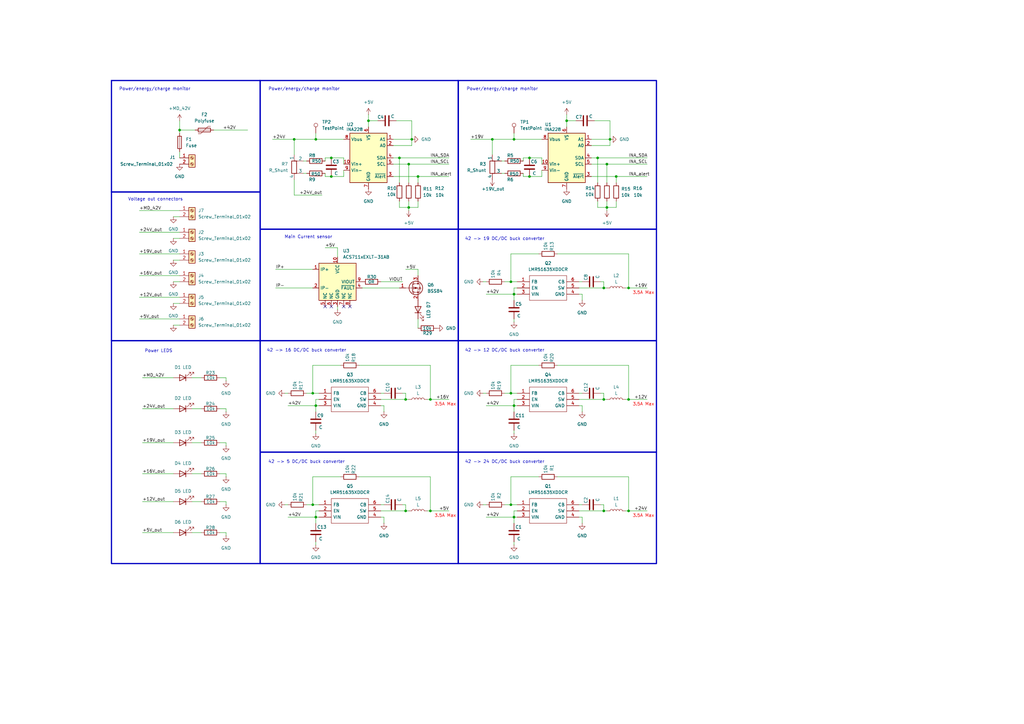
<source format=kicad_sch>
(kicad_sch (version 20231120) (generator "eeschema") (generator_version "8.0")
  (paper "A3")
  (title_block (title "Power distribution pcb") (company "Lapin AMK"))
  (junction (at 201.93 57.15))
  (junction (at 128.27 207.01))
  (junction (at 209.55 161.29))
  (junction (at 176.53 163.83))
  (junction (at 257.81 209.55))
  (junction (at 209.55 207.01))
  (junction (at 128.27 161.29))
  (junction (at 129.54 166.37))
  (junction (at 245.11 64.77))
  (junction (at 210.82 166.37))
  (junction (at 163.83 64.77))
  (junction (at 151.13 49.53))
  (junction (at 248.92 85.09))
  (junction (at 171.45 72.39))
  (junction (at 217.17 72.39))
  (junction (at 176.53 209.55))
  (junction (at 247.65 209.55))
  (junction (at 210.82 57.15))
  (junction (at 248.92 67.31))
  (junction (at 257.81 118.11))
  (junction (at 129.54 212.09))
  (junction (at 135.89 64.77))
  (junction (at 167.64 67.31))
  (junction (at 252.73 72.39))
  (junction (at 168.91 57.15))
  (junction (at 210.82 212.09))
  (junction (at 73.66 53.34))
  (junction (at 167.64 85.09))
  (junction (at 232.41 49.53))
  (junction (at 120.65 57.15))
  (junction (at 166.37 209.55))
  (junction (at 129.54 57.15))
  (junction (at 247.65 163.83))
  (junction (at 209.55 115.57))
  (junction (at 166.37 163.83))
  (junction (at 247.65 118.11))
  (junction (at 210.82 120.65))
  (junction (at 257.81 163.83))
  (junction (at 250.19 57.15))
  (junction (at 217.17 64.77))
  (junction (at 135.89 72.39))
  (no_connect (at 135.89 125.73))
  (no_connect (at 133.35 125.73))
  (no_connect (at 140.97 125.73))
  (no_connect (at 143.51 125.73))
  (wire (pts (xy 176.53 209.55) (xy 184.15 209.55)))
  (wire (pts (xy 250.19 49.53) (xy 250.19 57.15)))
  (wire (pts (xy 199.39 166.37) (xy 210.82 166.37)))
  (wire (pts (xy 242.57 67.31) (xy 248.92 67.31)))
  (wire (pts (xy 140.97 72.39) (xy 140.97 69.85)))
  (wire (pts (xy 210.82 176.53) (xy 210.82 177.8)))
  (wire (pts (xy 209.55 207.01) (xy 212.09 207.01)))
  (wire (pts (xy 210.82 209.55) (xy 212.09 209.55)))
  (wire (pts (xy 139.7 149.86) (xy 128.27 149.86)))
  (wire (pts (xy 130.81 212.09) (xy 129.54 212.09)))
  (wire (pts (xy 198.12 161.29) (xy 199.39 161.29)))
  (wire (pts (xy 220.98 149.86) (xy 209.55 149.86)))
  (wire (pts (xy 120.65 80.01) (xy 132.08 80.01)))
  (wire (pts (xy 168.91 59.69) (xy 168.91 57.15)))
  (wire (pts (xy 90.17 218.44) (xy 92.71 218.44)))
  (wire (pts (xy 58.42 154.94) (xy 71.12 154.94)))
  (wire (pts (xy 78.74 205.74) (xy 82.55 205.74)))
  (wire (pts (xy 171.45 110.49) (xy 166.37 110.49)))
  (wire (pts (xy 92.71 218.44) (xy 92.71 219.71)))
  (wire (pts (xy 167.64 67.31) (xy 167.64 74.93)))
  (wire (pts (xy 71.12 106.68) (xy 73.66 106.68)))
  (wire (pts (xy 116.84 161.29) (xy 118.11 161.29)))
  (wire (pts (xy 128.27 149.86) (xy 128.27 161.29)))
  (wire (pts (xy 246.38 207.01) (xy 247.65 207.01)))
  (wire (pts (xy 138.43 101.6) (xy 133.35 101.6)))
  (wire (pts (xy 125.73 161.29) (xy 128.27 161.29)))
  (wire (pts (xy 163.83 64.77) (xy 184.15 64.77)))
  (wire (pts (xy 207.01 207.01) (xy 209.55 207.01)))
  (wire (pts (xy 212.09 212.09) (xy 210.82 212.09)))
  (wire (pts (xy 242.57 64.77) (xy 245.11 64.77)))
  (wire (pts (xy 243.84 49.53) (xy 250.19 49.53)))
  (wire (pts (xy 167.64 85.09) (xy 163.83 85.09)))
  (wire (pts (xy 161.29 59.69) (xy 168.91 59.69)))
  (wire (pts (xy 217.17 72.39) (xy 222.25 72.39)))
  (wire (pts (xy 156.21 115.57) (xy 165.1 115.57)))
  (wire (pts (xy 207.01 66.04) (xy 205.74 66.04)))
  (wire (pts (xy 113.03 110.49) (xy 128.27 110.49)))
  (wire (pts (xy 129.54 212.09) (xy 129.54 214.63)))
  (wire (pts (xy 247.65 115.57) (xy 247.65 118.11)))
  (wire (pts (xy 151.13 46.99) (xy 151.13 49.53)))
  (wire (pts (xy 238.76 123.19) (xy 238.76 120.65)))
  (wire (pts (xy 73.66 62.23) (xy 73.66 64.77)))
  (wire (pts (xy 247.65 163.83) (xy 248.92 163.83)))
  (wire (pts (xy 73.66 49.53) (xy 73.66 53.34)))
  (wire (pts (xy 71.12 124.46) (xy 73.66 124.46)))
  (wire (pts (xy 130.81 166.37) (xy 129.54 166.37)))
  (wire (pts (xy 166.37 161.29) (xy 166.37 163.83)))
  (wire (pts (xy 135.89 64.77) (xy 140.97 64.77)))
  (wire (pts (xy 138.43 101.6) (xy 138.43 105.41)))
  (wire (pts (xy 171.45 72.39) (xy 171.45 74.93)))
  (wire (pts (xy 57.15 113.03) (xy 73.66 113.03)))
  (wire (pts (xy 248.92 67.31) (xy 265.43 67.31)))
  (wire (pts (xy 156.21 161.29) (xy 157.48 161.29)))
  (wire (pts (xy 210.82 130.81) (xy 210.82 132.08)))
  (wire (pts (xy 171.45 82.55) (xy 171.45 85.09)))
  (wire (pts (xy 210.82 54.61) (xy 210.82 57.15)))
  (wire (pts (xy 78.74 218.44) (xy 82.55 218.44)))
  (wire (pts (xy 128.27 161.29) (xy 130.81 161.29)))
  (wire (pts (xy 210.82 120.65) (xy 210.82 123.19)))
  (wire (pts (xy 246.38 115.57) (xy 247.65 115.57)))
  (wire (pts (xy 163.83 82.55) (xy 163.83 85.09)))
  (wire (pts (xy 129.54 176.53) (xy 129.54 177.8)))
  (wire (pts (xy 129.54 166.37) (xy 129.54 163.83)))
  (wire (pts (xy 129.54 163.83) (xy 130.81 163.83)))
  (wire (pts (xy 129.54 54.61) (xy 129.54 57.15)))
  (wire (pts (xy 90.17 154.94) (xy 92.71 154.94)))
  (wire (pts (xy 92.71 194.31) (xy 92.71 195.58)))
  (wire (pts (xy 128.27 195.58) (xy 128.27 207.01)))
  (wire (pts (xy 214.63 72.39) (xy 214.63 71.12)))
  (wire (pts (xy 242.57 59.69) (xy 250.19 59.69)))
  (wire (pts (xy 151.13 49.53) (xy 151.13 52.07)))
  (wire (pts (xy 167.64 85.09) (xy 167.64 86.36)))
  (wire (pts (xy 133.35 72.39) (xy 135.89 72.39)))
  (wire (pts (xy 156.21 209.55) (xy 166.37 209.55)))
  (wire (pts (xy 71.12 88.9) (xy 73.66 88.9)))
  (wire (pts (xy 214.63 72.39) (xy 217.17 72.39)))
  (wire (pts (xy 237.49 166.37) (xy 238.76 166.37)))
  (wire (pts (xy 257.81 118.11) (xy 265.43 118.11)))
  (wire (pts (xy 237.49 118.11) (xy 247.65 118.11)))
  (wire (pts (xy 210.82 222.25) (xy 210.82 223.52)))
  (wire (pts (xy 58.42 218.44) (xy 71.12 218.44)))
  (wire (pts (xy 125.73 66.04) (xy 124.46 66.04)))
  (wire (pts (xy 207.01 161.29) (xy 209.55 161.29)))
  (wire (pts (xy 58.42 181.61) (xy 71.12 181.61)))
  (wire (pts (xy 257.81 163.83) (xy 265.43 163.83)))
  (wire (pts (xy 176.53 163.83) (xy 175.26 163.83)))
  (wire (pts (xy 165.1 207.01) (xy 166.37 207.01)))
  (wire (pts (xy 156.21 166.37) (xy 157.48 166.37)))
  (wire (pts (xy 214.63 64.77) (xy 214.63 66.04)))
  (wire (pts (xy 252.73 72.39) (xy 265.43 72.39)))
  (wire (pts (xy 71.12 97.79) (xy 73.66 97.79)))
  (wire (pts (xy 133.35 64.77) (xy 135.89 64.77)))
  (wire (pts (xy 248.92 67.31) (xy 248.92 74.93)))
  (wire (pts (xy 237.49 212.09) (xy 238.76 212.09)))
  (wire (pts (xy 209.55 195.58) (xy 209.55 207.01)))
  (wire (pts (xy 168.91 49.53) (xy 168.91 57.15)))
  (wire (pts (xy 161.29 67.31) (xy 167.64 67.31)))
  (wire (pts (xy 147.32 195.58) (xy 176.53 195.58)))
  (wire (pts (xy 140.97 64.77) (xy 140.97 67.31)))
  (wire (pts (xy 57.15 130.81) (xy 73.66 130.81)))
  (wire (pts (xy 163.83 64.77) (xy 163.83 74.93)))
  (wire (pts (xy 198.12 207.01) (xy 199.39 207.01)))
  (wire (pts (xy 111.76 57.15) (xy 120.65 57.15)))
  (wire (pts (xy 166.37 163.83) (xy 167.64 163.83)))
  (wire (pts (xy 161.29 64.77) (xy 163.83 64.77)))
  (wire (pts (xy 161.29 57.15) (xy 168.91 57.15)))
  (wire (pts (xy 92.71 205.74) (xy 92.71 207.01)))
  (wire (pts (xy 248.92 85.09) (xy 245.11 85.09)))
  (wire (pts (xy 199.39 120.65) (xy 210.82 120.65)))
  (wire (pts (xy 237.49 163.83) (xy 247.65 163.83)))
  (wire (pts (xy 193.04 57.15) (xy 201.93 57.15)))
  (wire (pts (xy 78.74 181.61) (xy 82.55 181.61)))
  (wire (pts (xy 257.81 163.83) (xy 256.54 163.83)))
  (wire (pts (xy 232.41 49.53) (xy 232.41 52.07)))
  (wire (pts (xy 257.81 104.14) (xy 257.81 118.11)))
  (wire (pts (xy 247.65 161.29) (xy 247.65 163.83)))
  (wire (pts (xy 157.48 214.63) (xy 157.48 212.09)))
  (wire (pts (xy 120.65 63.5) (xy 120.65 57.15)))
  (wire (pts (xy 120.65 73.66) (xy 120.65 80.01)))
  (wire (pts (xy 242.57 57.15) (xy 250.19 57.15)))
  (wire (pts (xy 171.45 110.49) (xy 171.45 113.03)))
  (wire (pts (xy 71.12 133.35) (xy 73.66 133.35)))
  (wire (pts (xy 167.64 82.55) (xy 167.64 85.09)))
  (wire (pts (xy 90.17 205.74) (xy 92.71 205.74)))
  (wire (pts (xy 238.76 168.91) (xy 238.76 166.37)))
  (wire (pts (xy 171.45 85.09) (xy 167.64 85.09)))
  (wire (pts (xy 176.53 149.86) (xy 176.53 163.83)))
  (wire (pts (xy 113.03 118.11) (xy 128.27 118.11)))
  (wire (pts (xy 90.17 194.31) (xy 92.71 194.31)))
  (wire (pts (xy 210.82 57.15) (xy 222.25 57.15)))
  (wire (pts (xy 228.6 149.86) (xy 257.81 149.86)))
  (wire (pts (xy 90.17 167.64) (xy 92.71 167.64)))
  (wire (pts (xy 237.49 115.57) (xy 238.76 115.57)))
  (wire (pts (xy 242.57 72.39) (xy 252.73 72.39)))
  (wire (pts (xy 129.54 212.09) (xy 129.54 209.55)))
  (wire (pts (xy 201.93 63.5) (xy 201.93 57.15)))
  (wire (pts (xy 252.73 82.55) (xy 252.73 85.09)))
  (wire (pts (xy 238.76 214.63) (xy 238.76 212.09)))
  (wire (pts (xy 257.81 118.11) (xy 256.54 118.11)))
  (wire (pts (xy 161.29 72.39) (xy 171.45 72.39)))
  (wire (pts (xy 245.11 64.77) (xy 245.11 74.93)))
  (wire (pts (xy 73.66 53.34) (xy 80.01 53.34)))
  (wire (pts (xy 210.82 118.11) (xy 212.09 118.11)))
  (wire (pts (xy 232.41 49.53) (xy 236.22 49.53)))
  (wire (pts (xy 210.82 166.37) (xy 210.82 163.83)))
  (wire (pts (xy 167.64 67.31) (xy 184.15 67.31)))
  (wire (pts (xy 129.54 57.15) (xy 140.97 57.15)))
  (wire (pts (xy 166.37 209.55) (xy 167.64 209.55)))
  (wire (pts (xy 171.45 130.81) (xy 171.45 134.62)))
  (wire (pts (xy 58.42 167.64) (xy 71.12 167.64)))
  (wire (pts (xy 57.15 121.92) (xy 73.66 121.92)))
  (wire (pts (xy 210.82 212.09) (xy 210.82 209.55)))
  (wire (pts (xy 133.35 64.77) (xy 133.35 66.04)))
  (wire (pts (xy 257.81 209.55) (xy 256.54 209.55)))
  (wire (pts (xy 87.63 53.34) (xy 101.6 53.34)))
  (wire (pts (xy 245.11 64.77) (xy 265.43 64.77)))
  (wire (pts (xy 135.89 72.39) (xy 140.97 72.39)))
  (wire (pts (xy 139.7 195.58) (xy 128.27 195.58)))
  (wire (pts (xy 209.55 115.57) (xy 212.09 115.57)))
  (wire (pts (xy 78.74 194.31) (xy 82.55 194.31)))
  (wire (pts (xy 245.11 82.55) (xy 245.11 85.09)))
  (wire (pts (xy 257.81 195.58) (xy 257.81 209.55)))
  (wire (pts (xy 58.42 205.74) (xy 71.12 205.74)))
  (wire (pts (xy 92.71 154.94) (xy 92.71 156.21)))
  (wire (pts (xy 129.54 209.55) (xy 130.81 209.55)))
  (wire (pts (xy 78.74 167.64) (xy 82.55 167.64)))
  (wire (pts (xy 151.13 49.53) (xy 154.94 49.53)))
  (wire (pts (xy 133.35 72.39) (xy 133.35 71.12)))
  (wire (pts (xy 210.82 120.65) (xy 210.82 118.11)))
  (wire (pts (xy 148.59 118.11) (xy 163.83 118.11)))
  (wire (pts (xy 222.25 72.39) (xy 222.25 69.85)))
  (wire (pts (xy 237.49 209.55) (xy 247.65 209.55)))
  (wire (pts (xy 176.53 209.55) (xy 175.26 209.55)))
  (wire (pts (xy 92.71 167.64) (xy 92.71 168.91)))
  (wire (pts (xy 257.81 209.55) (xy 265.43 209.55)))
  (wire (pts (xy 57.15 86.36) (xy 73.66 86.36)))
  (wire (pts (xy 120.65 57.15) (xy 129.54 57.15)))
  (wire (pts (xy 58.42 194.31) (xy 71.12 194.31)))
  (wire (pts (xy 209.55 161.29) (xy 212.09 161.29)))
  (wire (pts (xy 220.98 104.14) (xy 209.55 104.14)))
  (wire (pts (xy 156.21 163.83) (xy 166.37 163.83)))
  (wire (pts (xy 147.32 149.86) (xy 176.53 149.86)))
  (wire (pts (xy 125.73 207.01) (xy 128.27 207.01)))
  (wire (pts (xy 157.48 168.91) (xy 157.48 166.37)))
  (wire (pts (xy 210.82 163.83) (xy 212.09 163.83)))
  (wire (pts (xy 78.74 154.94) (xy 82.55 154.94)))
  (wire (pts (xy 228.6 195.58) (xy 257.81 195.58)))
  (wire (pts (xy 247.65 209.55) (xy 248.92 209.55)))
  (wire (pts (xy 129.54 166.37) (xy 129.54 168.91)))
  (wire (pts (xy 232.41 46.99) (xy 232.41 49.53)))
  (wire (pts (xy 90.17 181.61) (xy 92.71 181.61)))
  (wire (pts (xy 248.92 85.09) (xy 248.92 86.36)))
  (wire (pts (xy 207.01 115.57) (xy 209.55 115.57)))
  (wire (pts (xy 128.27 207.01) (xy 130.81 207.01)))
  (wire (pts (xy 237.49 161.29) (xy 238.76 161.29)))
  (wire (pts (xy 237.49 207.01) (xy 238.76 207.01)))
  (wire (pts (xy 210.82 212.09) (xy 210.82 214.63)))
  (wire (pts (xy 209.55 104.14) (xy 209.55 115.57)))
  (wire (pts (xy 162.56 49.53) (xy 168.91 49.53)))
  (wire (pts (xy 156.21 212.09) (xy 157.48 212.09)))
  (wire (pts (xy 156.21 207.01) (xy 157.48 207.01)))
  (wire (pts (xy 201.93 57.15) (xy 210.82 57.15)))
  (wire (pts (xy 252.73 85.09) (xy 248.92 85.09)))
  (wire (pts (xy 171.45 72.39) (xy 184.15 72.39)))
  (wire (pts (xy 92.71 181.61) (xy 92.71 182.88)))
  (wire (pts (xy 129.54 222.25) (xy 129.54 223.52)))
  (wire (pts (xy 212.09 166.37) (xy 210.82 166.37)))
  (wire (pts (xy 248.92 82.55) (xy 248.92 85.09)))
  (wire (pts (xy 214.63 64.77) (xy 217.17 64.77)))
  (wire (pts (xy 118.11 212.09) (xy 129.54 212.09)))
  (wire (pts (xy 210.82 166.37) (xy 210.82 168.91)))
  (wire (pts (xy 198.12 115.57) (xy 199.39 115.57)))
  (wire (pts (xy 237.49 120.65) (xy 238.76 120.65)))
  (wire (pts (xy 222.25 64.77) (xy 222.25 67.31)))
  (wire (pts (xy 250.19 59.69) (xy 250.19 57.15)))
  (wire (pts (xy 257.81 149.86) (xy 257.81 163.83)))
  (wire (pts (xy 209.55 149.86) (xy 209.55 161.29)))
  (wire (pts (xy 138.43 127) (xy 138.43 125.73)))
  (wire (pts (xy 212.09 120.65) (xy 210.82 120.65)))
  (wire (pts (xy 125.73 71.12) (xy 124.46 71.12)))
  (wire (pts (xy 247.65 118.11) (xy 248.92 118.11)))
  (wire (pts (xy 71.12 115.57) (xy 73.66 115.57)))
  (wire (pts (xy 57.15 104.14) (xy 73.66 104.14)))
  (wire (pts (xy 57.15 95.25) (xy 73.66 95.25)))
  (wire (pts (xy 228.6 104.14) (xy 257.81 104.14)))
  (wire (pts (xy 247.65 207.01) (xy 247.65 209.55)))
  (wire (pts (xy 176.53 195.58) (xy 176.53 209.55)))
  (wire (pts (xy 176.53 163.83) (xy 184.15 163.83)))
  (wire (pts (xy 246.38 161.29) (xy 247.65 161.29)))
  (wire (pts (xy 116.84 207.01) (xy 118.11 207.01)))
  (wire (pts (xy 199.39 212.09) (xy 210.82 212.09)))
  (wire (pts (xy 118.11 166.37) (xy 129.54 166.37)))
  (wire (pts (xy 217.17 64.77) (xy 222.25 64.77)))
  (wire (pts (xy 166.37 207.01) (xy 166.37 209.55)))
  (wire (pts (xy 207.01 71.12) (xy 205.74 71.12)))
  (wire (pts (xy 220.98 195.58) (xy 209.55 195.58)))
  (wire (pts (xy 252.73 72.39) (xy 252.73 74.93)))
  (wire (pts (xy 73.66 53.34) (xy 73.66 54.61)))
  (wire (pts (xy 165.1 161.29) (xy 166.37 161.29)))
  (rectangle (start 106.68 93.98) (end 187.96 139.7) (stroke (width 0.508)))
  (rectangle (start 187.96 33.02) (end 269.24 93.98) (stroke (width 0.508)))
  (rectangle (start 106.68 33.02) (end 187.96 93.98) (stroke (width 0.508)))
  (rectangle (start 45.72 139.7) (end 106.68 231.14) (stroke (width 0.508)))
  (rectangle (start 187.96 139.7) (end 269.24 185.42) (stroke (width 0.508)))
  (rectangle (start 106.68 185.42) (end 187.96 231.14) (stroke (width 0.508)))
  (rectangle (start 45.72 33.02) (end 106.68 78.74) (stroke (width 0.508)))
  (rectangle (start 187.96 185.42) (end 269.24 231.14) (stroke (width 0.508)))
  (rectangle (start 187.96 93.98) (end 269.24 139.7) (stroke (width 0.508)))
  (rectangle (start 106.68 139.7) (end 187.96 185.42) (stroke (width 0.508)))
  (rectangle (start 45.72 78.74) (end 106.68 139.7) (stroke (width 0.508)))
  (text "Power LEDS\n" (at 65.024 144.018 0) (effects (font (size 1.27 1.27))))
  (text "42 -> 12 DC/DC buck converter\n" (at 207.01 143.764 0) (effects (font (size 1.27 1.27))))
  (text "42 -> 5 DC/DC buck converter\n" (at 125.73 189.484 0) (effects (font (size 1.27 1.27))))
  (text "Power/energy/charge monitor\n" (at 124.714 36.576 0) (effects (font (size 1.27 1.27))))
  (text "3.5A Max\n" (at 182.626 165.862 0) (effects (font (size 1.27 1.27))))
  (text "42 -> 24 DC/DC buck converter\n" (at 207.01 189.484 0) (effects (font (size 1.27 1.27))))
  (text "Main Current sensor\n" (at 126.492 97.282 0) (effects (font (size 1.27 1.27))))
  (text "3.5A Max\n" (at 263.906 211.582 0) (effects (font (size 1.27 1.27))))
  (text "42 -> 19 DC/DC buck converter\n" (at 207.01 98.044 0) (effects (font (size 1.27 1.27))))
  (text "42 -> 16 DC/DC buck converter\n" (at 125.73 143.764 0) (effects (font (size 1.27 1.27))))
  (text "3.5A Max\n" (at 263.906 120.142 0) (effects (font (size 1.27 1.27))))
  (text "Power/energy/charge monitor\n" (at 205.994 36.576 0) (effects (font (size 1.27 1.27))))
  (text "3.5A Max\n" (at 263.906 165.862 0) (effects (font (size 1.27 1.27))))
  (text "Voltage out connectors\n" (at 63.754 81.788 0) (effects (font (size 1.27 1.27))))
  (text "3.5A Max\n" (at 182.626 211.582 0) (effects (font (size 1.27 1.27))))
  (text "Power/energy/charge monitor\n" (at 63.5 36.576 0) (effects (font (size 1.27 1.27))))
  (label "INA_alert" (at 176.53 72.39 0))
  (label "+42V" (at 199.39 166.37 0))
  (label "+MD_42V" (at 58.42 154.94 0))
  (label "+19V" (at 193.04 57.15 0))
  (label "VIOUT" (at 165.1 115.57 180))
  (label "IP-" (at 113.03 118.11 0))
  (label "+MD_42V" (at 57.15 86.36 0))
  (label "+42V" (at 118.11 212.09 0))
  (label "+5V" (at 184.15 209.55 180))
  (label "+12V_out" (at 57.15 121.92 0))
  (label "+12V_out" (at 58.42 205.74 0))
  (label "+12V" (at 265.43 163.83 180))
  (label "IP+" (at 113.03 110.49 0))
  (label "+19V" (at 265.43 118.11 180))
  (label "+16V_out" (at 58.42 194.31 0))
  (label "INA_SDA" (at 176.53 64.77 0))
  (label "+5V" (at 166.37 110.49 0))
  (label "+24V" (at 111.76 57.15 0))
  (label "INA_SCL" (at 176.53 67.31 0))
  (label "+24V_out" (at 132.08 80.01 180))
  (label "+16V_out" (at 57.15 113.03 0))
  (label "+42V" (at 199.39 120.65 0))
  (label "INA_SCL" (at 257.81 67.31 0))
  (label "+42V" (at 91.44 53.34 0))
  (label "+42V" (at 199.39 212.09 0))
  (label "+5V_out" (at 58.42 218.44 0))
  (label "+19V_out" (at 58.42 181.61 0))
  (label "+5V" (at 133.35 101.6 0))
  (label "+24V" (at 265.43 209.55 180))
  (label "+19V_out" (at 57.15 104.14 0))
  (label "+5V_out" (at 57.15 130.81 0))
  (label "+24V_out" (at 58.42 167.64 0))
  (label "INA_alert" (at 257.81 72.39 0))
  (label "+24V_out" (at 57.15 95.25 0))
  (label "+42V" (at 118.11 166.37 0))
  (label "+16V" (at 184.15 163.83 180))
  (label "INA_SDA" (at 257.81 64.77 0))
  (symbol (lib_id "Device:R") (at 210.82 71.12 90) (unit 1)
    (property "Reference" "R6" (at 209.296 73.66 90))
    (property "Value" "R50" (at 210.82 71.374 90))
    (property "Description" "Resistor" (effects (hide yes)))
  )
  (symbol (lib_id "Device:R") (at 224.79 149.86 270) (unit 1)
    (property "Reference" "R20" (at 226.314 144.78 0) (effects (justify left)))
    (property "Value" "10k" (at 223.774 144.78 0) (effects (justify left)))
    (property "Description" "Resistor" (effects (hide yes)))
  )
  (symbol (lib_id "Device:R") (at 248.92 78.74 0) (unit 1)
    (property "Reference" "R15" (at 254.762 77.47 0) (effects (justify left)))
    (property "Value" "10k" (at 254.762 80.01 0) (effects (justify left)))
    (property "Description" "Resistor" (effects (hide yes)))
  )
  (symbol (lib_id "power:GND") (at 151.13 77.47 0) (unit 1)
    (property "Reference" "#PWR010" (effects (hide yes)))
    (property "Value" "GND" (at 151.13 82.55 0))
    (property "Description" "Power symbol creates a global label with name \"GND\" , ground" (effects (hide yes)))
  )
  (symbol (lib_id "power:GND") (at 129.54 223.52 0) (unit 1)
    (property "Reference" "#PWR026" (effects (hide yes)))
    (property "Value" "GND" (at 129.54 228.6 0))
    (property "Description" "Power symbol creates a global label with name \"GND\" , ground" (effects (hide yes)))
  )
  (symbol (lib_id "Device:LED") (at 74.93 194.31 180) (unit 1)
    (property "Reference" "D4" (at 72.898 189.992 0))
    (property "Value" "LED" (at 76.708 189.992 0))
    (property "Description" "Light emitting diode" (effects (hide yes)))
  )
  (symbol (lib_id "Device:R") (at 203.2 161.29 270) (unit 1)
    (property "Reference" "R19" (at 204.724 156.21 0) (effects (justify left)))
    (property "Value" "10k" (at 202.184 156.21 0) (effects (justify left)))
    (property "Description" "Resistor" (effects (hide yes)))
  )
  (symbol (lib_id "LMR51635XDDCR:LMR51635XDDCR") (at 212.09 161.29 0) (unit 1)
    (property "Reference" "Q4" (at 224.79 153.67 0))
    (property "Value" "LMR51635XDDCR" (at 224.79 156.21 0))
    (property "Footprint" "SOT95P280X110-6N" (effects (hide yes)))
    (property "Datasheet" "https://www.ti.com/lit/gpn/lmr51635" (effects (hide yes)))
    (property "Description" "Functional Safety-Capable  Documentation available to aid functional safety system design  Configured for rugged industrial applications:  4.3V to 60V input voltage range  3.5A continuous output current  Low operating quiescent current of 29uA  70ns minimum switching on time  400kHz switching frequency  Frequency spread spectrum (PFM variant)  40C to 150C junction temperature range  96% maximum duty cycle  Monotonic start-up with prebiased output  Short-circuit protection with" (effects (hide yes)))
    (property "Description_1" " Functional Safety-Capable  Documentation available to aid functional safety system design  Configured for rugged industrial applications:  4.3V to 60V input voltage range  3.5A continuous output current  Low operating quiescent current of 29uA  70ns minimum switching on time  400kHz switching frequency  Frequency spread spectrum (PFM variant)  40C to 150C junction temperature range  96% maximum duty cycle  Monotonic start-up with prebiased output  Short-circuit protection with " (effects (hide yes)))
    (property "Height" "1.1" (effects (hide yes)))
    (property "Manufacturer_Name" "Texas Instruments" (effects (hide yes)))
    (property "Manufacturer_Part_Number" "LMR51635XDDCR" (effects (hide yes)))
  )
  (symbol (lib_id "power:GND") (at 138.43 127 0) (unit 1)
    (property "Reference" "#PWR039" (effects (hide yes)))
    (property "Value" "GND" (at 138.43 132.08 0))
    (property "Description" "Power symbol creates a global label with name \"GND\" , ground" (effects (hide yes)))
  )
  (symbol (lib_id "power:GND") (at 71.12 97.79 0) (unit 1)
    (property "Reference" "#PWR03" (effects (hide yes)))
    (property "Value" "GND" (at 71.12 102.87 0))
    (property "Description" "Power symbol creates a global label with name \"GND\" , ground" (effects (hide yes)))
  )
  (symbol (lib_id "power:GND") (at 71.12 106.68 0) (unit 1)
    (property "Reference" "#PWR028" (effects (hide yes)))
    (property "Value" "GND" (at 71.12 111.76 0))
    (property "Description" "Power symbol creates a global label with name \"GND\" , ground" (effects (hide yes)))
  )
  (symbol (lib_id "Device:C") (at 217.17 68.58 0) (unit 1)
    (property "Reference" "C6" (at 217.678 66.294 0) (effects (justify left)))
    (property "Value" "C" (at 218.44 71.12 0) (effects (justify left)))
    (property "Description" "Unpolarized capacitor" (effects (hide yes)))
  )
  (symbol (lib_id "power:GND") (at 92.71 195.58 0) (unit 1)
    (property "Reference" "#PWR036" (effects (hide yes)))
    (property "Value" "GND" (at 92.71 200.66 0))
    (property "Description" "Power symbol creates a global label with name \"GND\" , ground" (effects (hide yes)))
  )
  (symbol (lib_id "Sensor_Energy:INA228") (at 232.41 64.77 0) (unit 1)
    (property "Reference" "U1" (at 223.52 51.054 0) (effects (justify left)))
    (property "Value" "INA228" (at 223.266 53.086 0) (effects (justify left)))
    (property "Footprint" "Package_SO:VSSOP-10_3x3mm_P0.5mm" (effects (hide yes)))
    (property "Datasheet" "https://www.ti.com/lit/ds/symlink/ina228.pdf" (effects (hide yes)))
    (property "Description" "High-Side or Low-Side Measurement, Bi-Directional Current and Power Monitor (0-85V) with I2C, SMBus-, and PMBus-Compatible Interface, VSSOP-10" (effects (hide yes)))
  )
  (symbol (lib_id "power:GND") (at 210.82 132.08 0) (unit 1)
    (property "Reference" "#PWR013" (effects (hide yes)))
    (property "Value" "GND" (at 210.82 137.16 0))
    (property "Description" "Power symbol creates a global label with name \"GND\" , ground" (effects (hide yes)))
  )
  (symbol (lib_id "Device:R") (at 203.2 115.57 270) (unit 1)
    (property "Reference" "R4" (at 204.724 110.49 0) (effects (justify left)))
    (property "Value" "10k" (at 202.184 110.49 0) (effects (justify left)))
    (property "Description" "Resistor" (effects (hide yes)))
  )
  (symbol (lib_id "power:GND") (at 210.82 223.52 0) (unit 1)
    (property "Reference" "#PWR04" (effects (hide yes)))
    (property "Value" "GND" (at 210.82 228.6 0))
    (property "Description" "Power symbol creates a global label with name \"GND\" , ground" (effects (hide yes)))
  )
  (symbol (lib_id "Device:R") (at 163.83 78.74 0) (unit 1)
    (property "Reference" "R10" (at 158.75 77.216 0) (effects (justify left)))
    (property "Value" "10k" (at 158.75 79.756 0) (effects (justify left)))
    (property "Description" "Resistor" (effects (hide yes)))
  )
  (symbol (lib_id "Connector:Screw_Terminal_01x02") (at 78.74 121.92 0) (unit 1)
    (property "Reference" "J5" (at 81.28 121.9199 0) (effects (justify left)))
    (property "Value" "Screw_Terminal_01x02" (at 81.28 124.4599 0) (effects (justify left)))
    (property "Description" "Generic screw terminal, single row, 01x02, script generated (kicad-library-utils/schlib/autogen/connector/)" (effects (hide yes)))
  )
  (symbol (lib_id "power:GND") (at 210.82 177.8 0) (unit 1)
    (property "Reference" "#PWR023" (effects (hide yes)))
    (property "Value" "GND" (at 210.82 182.88 0))
    (property "Description" "Power symbol creates a global label with name \"GND\" , ground" (effects (hide yes)))
  )
  (symbol (lib_id "Device:R") (at 224.79 104.14 270) (unit 1)
    (property "Reference" "R13" (at 226.314 99.06 0) (effects (justify left)))
    (property "Value" "10k" (at 223.774 99.06 0) (effects (justify left)))
    (property "Description" "Resistor" (effects (hide yes)))
  )
  (symbol (lib_id "Device:C") (at 242.57 207.01 90) (unit 1)
    (property "Reference" "C2" (at 240.284 206.502 0) (effects (justify left)))
    (property "Value" "C" (at 245.11 205.74 0) (effects (justify left)))
    (property "Description" "Unpolarized capacitor" (effects (hide yes)))
  )
  (symbol (lib_id "Device:R") (at 86.36 194.31 270) (unit 1)
    (property "Reference" "R26" (at 84.328 192.278 90) (effects (justify left)))
    (property "Value" "10k" (at 84.582 194.31 90) (effects (justify left)))
    (property "Description" "Resistor" (effects (hide yes)))
  )
  (symbol (lib_id "power:GND") (at 238.76 168.91 0) (unit 1)
    (property "Reference" "#PWR024" (effects (hide yes)))
    (property "Value" "GND" (at 238.76 173.99 0))
    (property "Description" "Power symbol creates a global label with name \"GND\" , ground" (effects (hide yes)))
  )
  (symbol (lib_id "power:GND") (at 168.91 57.15 90) (unit 1)
    (property "Reference" "#PWR012" (effects (hide yes)))
    (property "Value" "GND" (at 172.72 57.1499 90) (effects (justify right)))
    (property "Description" "Power symbol creates a global label with name \"GND\" , ground" (effects (hide yes)))
  )
  (symbol (lib_id "Device:R") (at 171.45 78.74 0) (unit 1)
    (property "Reference" "R12" (at 178.308 77.216 0) (effects (justify left)))
    (property "Value" "10k" (at 178.562 80.01 0) (effects (justify left)))
    (property "Description" "Resistor" (effects (hide yes)))
  )
  (symbol (lib_id "Device:Fuse") (at 73.66 58.42 0) (unit 1)
    (property "Reference" "F1" (at 76.2 57.1499 0) (effects (justify left)))
    (property "Value" "Fuse" (at 76.2 59.6899 0) (effects (justify left)))
    (property "Footprint" "Fuse:Fuse_Bourns_MF-RHT1300" (effects (hide yes)))
    (property "Description" "Fuse" (effects (hide yes)))
  )
  (symbol (lib_id "power:GND") (at 232.41 77.47 0) (unit 1)
    (property "Reference" "#PWR015" (effects (hide yes)))
    (property "Value" "GND" (at 232.41 82.55 0))
    (property "Description" "Power symbol creates a global label with name \"GND\" , ground" (effects (hide yes)))
  )
  (symbol (lib_id "power:GND") (at 71.12 115.57 0) (unit 1)
    (property "Reference" "#PWR029" (effects (hide yes)))
    (property "Value" "GND" (at 71.12 120.65 0))
    (property "Description" "Power symbol creates a global label with name \"GND\" , ground" (effects (hide yes)))
  )
  (symbol (lib_id "Device:C") (at 210.82 127 0) (unit 1)
    (property "Reference" "C5" (at 211.328 124.714 0) (effects (justify left)))
    (property "Value" "C" (at 212.09 129.54 0) (effects (justify left)))
    (property "Description" "Unpolarized capacitor" (effects (hide yes)))
  )
  (symbol (lib_id "power:GND") (at 73.66 67.31 0) (unit 1)
    (property "Reference" "#PWR02" (effects (hide yes)))
    (property "Value" "GND" (at 73.66 72.39 0))
    (property "Description" "Power symbol creates a global label with name \"GND\" , ground" (effects (hide yes)))
  )
  (symbol (lib_id "power:GND") (at 116.84 161.29 270) (unit 1)
    (property "Reference" "#PWR019" (effects (hide yes)))
    (property "Value" "GND" (at 113.03 161.2899 90) (effects (justify right)))
    (property "Description" "Power symbol creates a global label with name \"GND\" , ground" (effects (hide yes)))
  )
  (symbol (lib_id "power:GND") (at 238.76 123.19 0) (unit 1)
    (property "Reference" "#PWR016" (effects (hide yes)))
    (property "Value" "GND" (at 238.76 128.27 0))
    (property "Description" "Power symbol creates a global label with name \"GND\" , ground" (effects (hide yes)))
  )
  (symbol (lib_id "Device:C") (at 210.82 218.44 0) (unit 1)
    (property "Reference" "C1" (at 211.328 216.154 0) (effects (justify left)))
    (property "Value" "C" (at 212.09 220.98 0) (effects (justify left)))
    (property "Description" "Unpolarized capacitor" (effects (hide yes)))
  )
  (symbol (lib_id "Connector:Screw_Terminal_01x02") (at 78.74 104.14 0) (unit 1)
    (property "Reference" "J3" (at 81.28 104.1399 0) (effects (justify left)))
    (property "Value" "Screw_Terminal_01x02" (at 81.28 106.6799 0) (effects (justify left)))
    (property "Description" "Generic screw terminal, single row, 01x02, script generated (kicad-library-utils/schlib/autogen/connector/)" (effects (hide yes)))
  )
  (symbol (lib_id "Device:R_Shunt") (at 201.93 68.58 0) (unit 1)
    (property "Reference" "R3" (at 199.39 67.3099 0) (effects (justify right)))
    (property "Value" "R_Shunt" (at 199.39 69.8499 0) (effects (justify right)))
    (property "Description" "Shunt resistor" (effects (hide yes)))
  )
  (symbol (lib_id "Connector:Screw_Terminal_01x02") (at 78.74 113.03 0) (unit 1)
    (property "Reference" "J4" (at 81.28 113.0299 0) (effects (justify left)))
    (property "Value" "Screw_Terminal_01x02" (at 81.28 115.5699 0) (effects (justify left)))
    (property "Description" "Generic screw terminal, single row, 01x02, script generated (kicad-library-utils/schlib/autogen/connector/)" (effects (hide yes)))
  )
  (symbol (lib_id "Device:L") (at 252.73 118.11 90) (unit 1)
    (property "Reference" "L2" (at 252.73 113.03 90))
    (property "Value" "L" (at 252.73 115.57 90))
    (property "Description" "Inductor" (effects (hide yes)))
  )
  (symbol (lib_id "power:GND") (at 250.19 57.15 90) (unit 1)
    (property "Reference" "#PWR018" (effects (hide yes)))
    (property "Value" "GND" (at 254 57.1499 90) (effects (justify right)))
    (property "Description" "Power symbol creates a global label with name \"GND\" , ground" (effects (hide yes)))
  )
  (symbol (lib_id "power:GND") (at 157.48 214.63 0) (unit 1)
    (property "Reference" "#PWR027" (effects (hide yes)))
    (property "Value" "GND" (at 157.48 219.71 0))
    (property "Description" "Power symbol creates a global label with name \"GND\" , ground" (effects (hide yes)))
  )
  (symbol (lib_id "Device:R") (at 129.54 71.12 90) (unit 1)
    (property "Reference" "R9" (at 128.016 73.66 90))
    (property "Value" "R50" (at 129.54 71.374 90))
    (property "Description" "Resistor" (effects (hide yes)))
  )
  (symbol (lib_id "Device:L") (at 171.45 163.83 90) (unit 1)
    (property "Reference" "L3" (at 171.45 158.75 90))
    (property "Value" "L" (at 171.45 161.29 90))
    (property "Description" "Inductor" (effects (hide yes)))
  )
  (symbol (lib_id "power:GND") (at 71.12 124.46 0) (unit 1)
    (property "Reference" "#PWR030" (effects (hide yes)))
    (property "Value" "GND" (at 71.12 129.54 0))
    (property "Description" "Power symbol creates a global label with name \"GND\" , ground" (effects (hide yes)))
  )
  (symbol (lib_id "Sensor_Energy:INA228") (at 151.13 64.77 0) (unit 1)
    (property "Reference" "U2" (at 142.24 51.054 0) (effects (justify left)))
    (property "Value" "INA228" (at 141.986 53.086 0) (effects (justify left)))
    (property "Footprint" "Package_SO:VSSOP-10_3x3mm_P0.5mm" (effects (hide yes)))
    (property "Datasheet" "https://www.ti.com/lit/ds/symlink/ina228.pdf" (effects (hide yes)))
    (property "Description" "High-Side or Low-Side Measurement, Bi-Directional Current and Power Monitor (0-85V) with I2C, SMBus-, and PMBus-Compatible Interface, VSSOP-10" (effects (hide yes)))
  )
  (symbol (lib_id "Connector:TestPoint") (at 129.54 54.61 0) (unit 1)
    (property "Reference" "TP2" (at 132.08 50.0379 0) (effects (justify left)))
    (property "Value" "TestPoint" (at 132.08 52.5779 0) (effects (justify left)))
    (property "Description" "test point" (effects (hide yes)))
  )
  (symbol (lib_id "Sensor_Current:ACS711xEXLT-31AB") (at 138.43 115.57 0) (unit 1)
    (property "Reference" "U3" (at 140.6241 102.87 0) (effects (justify left)))
    (property "Value" "ACS711xEXLT-31AB" (at 140.6241 105.41 0) (effects (justify left)))
    (property "Footprint" "Sensor_Current:Allegro_QFN-12-10-1EP_3x3mm_P0.5mm" (effects (hide yes)))
    (property "Datasheet" "http://www.allegromicro.com/~/Media/Files/Datasheets/ACS711-Datasheet.ashx" (effects (hide yes)))
    (property "Description" "±31A Bidirectional, Hall-Effect Current Sensor, +3.3V supply, 45mV/A, QFN-12" (effects (hide yes)))
  )
  (symbol (lib_id "Device:R_Shunt") (at 120.65 68.58 0) (unit 1)
    (property "Reference" "R7" (at 118.11 67.3099 0) (effects (justify right)))
    (property "Value" "R_Shunt" (at 118.11 69.8499 0) (effects (justify right)))
    (property "Description" "Shunt resistor" (effects (hide yes)))
  )
  (symbol (lib_id "power:GND") (at 198.12 161.29 270) (unit 1)
    (property "Reference" "#PWR022" (effects (hide yes)))
    (property "Value" "GND" (at 194.31 161.2899 90) (effects (justify right)))
    (property "Description" "Power symbol creates a global label with name \"GND\" , ground" (effects (hide yes)))
  )
  (symbol (lib_id "power:+5V") (at 232.41 46.99 0) (unit 1)
    (property "Reference" "#PWR014" (effects (hide yes)))
    (property "Value" "+5V" (at 232.41 41.91 0))
    (property "Description" "Power symbol creates a global label with name \"+5V\"" (effects (hide yes)))
  )
  (symbol (lib_id "power:GND") (at 92.71 207.01 0) (unit 1)
    (property "Reference" "#PWR037" (effects (hide yes)))
    (property "Value" "GND" (at 92.71 212.09 0))
    (property "Description" "Power symbol creates a global label with name \"GND\" , ground" (effects (hide yes)))
  )
  (symbol (lib_id "Device:LED") (at 74.93 181.61 180) (unit 1)
    (property "Reference" "D3" (at 72.898 177.292 0))
    (property "Value" "LED" (at 76.708 177.292 0))
    (property "Description" "Light emitting diode" (effects (hide yes)))
  )
  (symbol (lib_id "power:GND") (at 71.12 133.35 0) (unit 1)
    (property "Reference" "#PWR031" (effects (hide yes)))
    (property "Value" "GND" (effects (hide yes)))
    (property "Description" "Power symbol creates a global label with name \"GND\" , ground" (effects (hide yes)))
  )
  (symbol (lib_id "Device:R") (at 86.36 154.94 270) (unit 1)
    (property "Reference" "R23" (at 84.328 152.908 90) (effects (justify left)))
    (property "Value" "10k" (at 84.582 154.94 90) (effects (justify left)))
    (property "Description" "Resistor" (effects (hide yes)))
  )
  (symbol (lib_id "power:GND") (at 92.71 168.91 0) (unit 1)
    (property "Reference" "#PWR034" (effects (hide yes)))
    (property "Value" "GND" (at 92.71 173.99 0))
    (property "Description" "Power symbol creates a global label with name \"GND\" , ground" (effects (hide yes)))
  )
  (symbol (lib_id "Connector:Screw_Terminal_01x02") (at 78.74 95.25 0) (unit 1)
    (property "Reference" "J2" (at 81.28 95.2499 0) (effects (justify left)))
    (property "Value" "Screw_Terminal_01x02" (at 81.28 97.7899 0) (effects (justify left)))
    (property "Description" "Generic screw terminal, single row, 01x02, script generated (kicad-library-utils/schlib/autogen/connector/)" (effects (hide yes)))
  )
  (symbol (lib_id "Device:C") (at 158.75 49.53 90) (unit 1)
    (property "Reference" "C4" (at 157.48 48.006 90) (effects (justify left)))
    (property "Value" "C" (at 161.798 47.752 90) (effects (justify left)))
    (property "Description" "Unpolarized capacitor" (effects (hide yes)))
  )
  (symbol (lib_id "Device:LED") (at 74.93 205.74 180) (unit 1)
    (property "Reference" "D5" (at 72.898 201.422 0))
    (property "Value" "LED" (at 76.708 201.422 0))
    (property "Description" "Light emitting diode" (effects (hide yes)))
  )
  (symbol (lib_id "Device:LED") (at 74.93 154.94 180) (unit 1)
    (property "Reference" "D1" (at 72.898 150.622 0))
    (property "Value" "LED" (at 76.708 150.622 0))
    (property "Description" "Light emitting diode" (effects (hide yes)))
  )
  (symbol (lib_id "Device:R") (at 86.36 167.64 270) (unit 1)
    (property "Reference" "R24" (at 84.328 165.608 90) (effects (justify left)))
    (property "Value" "10k" (at 84.582 167.64 90) (effects (justify left)))
    (property "Description" "Resistor" (effects (hide yes)))
  )
  (symbol (lib_id "Device:C") (at 242.57 115.57 90) (unit 1)
    (property "Reference" "C8" (at 240.284 115.062 0) (effects (justify left)))
    (property "Value" "C" (at 245.11 114.3 0) (effects (justify left)))
    (property "Description" "Unpolarized capacitor" (effects (hide yes)))
  )
  (symbol (lib_id "Device:R") (at 175.26 134.62 90) (unit 1)
    (property "Reference" "R29" (at 177.292 136.652 90) (effects (justify left)))
    (property "Value" "10k" (at 177.038 134.62 90) (effects (justify left)))
    (property "Description" "Resistor" (effects (hide yes)))
  )
  (symbol (lib_id "Device:C") (at 129.54 218.44 0) (unit 1)
    (property "Reference" "C13" (at 130.048 216.154 0) (effects (justify left)))
    (property "Value" "C" (at 130.81 220.98 0) (effects (justify left)))
    (property "Description" "Unpolarized capacitor" (effects (hide yes)))
  )
  (symbol (lib_id "Device:C") (at 161.29 207.01 90) (unit 1)
    (property "Reference" "C14" (at 159.004 206.502 0) (effects (justify left)))
    (property "Value" "C" (at 163.83 205.74 0) (effects (justify left)))
    (property "Description" "Unpolarized capacitor" (effects (hide yes)))
  )
  (symbol (lib_id "Connector:Screw_Terminal_01x02") (at 78.74 130.81 0) (unit 1)
    (property "Reference" "J6" (at 81.28 130.8099 0) (effects (justify left)))
    (property "Value" "Screw_Terminal_01x02" (at 81.28 133.3499 0) (effects (justify left)))
    (property "Description" "Generic screw terminal, single row, 01x02, script generated (kicad-library-utils/schlib/autogen/connector/)" (effects (hide yes)))
  )
  (symbol (lib_id "Device:C") (at 240.03 49.53 90) (unit 1)
    (property "Reference" "C7" (at 238.76 48.006 90) (effects (justify left)))
    (property "Value" "C" (at 243.078 47.752 90) (effects (justify left)))
    (property "Description" "Unpolarized capacitor" (effects (hide yes)))
  )
  (symbol (lib_id "Device:R") (at 152.4 115.57 90) (unit 1)
    (property "Reference" "R30" (at 154.432 113.538 90) (effects (justify left)))
    (property "Value" "0R" (at 153.67 115.57 90) (effects (justify left)))
    (property "Description" "Resistor" (effects (hide yes)))
  )
  (symbol (lib_id "Transistor_FET:BSS84") (at 168.91 118.11 0) (unit 1)
    (property "Reference" "Q6" (at 175.26 116.8399 0) (effects (justify left)))
    (property "Value" "BSS84" (at 175.26 119.3799 0) (effects (justify left)))
    (property "Footprint" "Package_TO_SOT_SMD:SOT-23" (effects (hide yes)))
    (property "Datasheet" "http://assets.nexperia.com/documents/data-sheet/BSS84.pdf" (effects (hide yes)))
    (property "Description" "-0.13A Id, -50V Vds, P-Channel MOSFET, SOT-23" (effects (hide yes)))
  )
  (symbol (lib_id "Device:L") (at 252.73 209.55 90) (unit 1)
    (property "Reference" "L1" (at 252.73 204.47 90))
    (property "Value" "L" (at 252.73 207.01 90))
    (property "Description" "Inductor" (effects (hide yes)))
  )
  (symbol (lib_id "Device:R") (at 121.92 161.29 270) (unit 1)
    (property "Reference" "R17" (at 123.444 156.21 0) (effects (justify left)))
    (property "Value" "10k" (at 120.904 156.21 0) (effects (justify left)))
    (property "Description" "Resistor" (effects (hide yes)))
  )
  (symbol (lib_id "LMR51635XDDCR:LMR51635XDDCR") (at 212.09 115.57 0) (unit 1)
    (property "Reference" "Q2" (at 224.79 107.95 0))
    (property "Value" "LMR51635XDDCR" (at 224.79 110.49 0))
    (property "Footprint" "SOT95P280X110-6N" (effects (hide yes)))
    (property "Datasheet" "https://www.ti.com/lit/gpn/lmr51635" (effects (hide yes)))
    (property "Description" "Functional Safety-Capable  Documentation available to aid functional safety system design  Configured for rugged industrial applications:  4.3V to 60V input voltage range  3.5A continuous output current  Low operating quiescent current of 29uA  70ns minimum switching on time  400kHz switching frequency  Frequency spread spectrum (PFM variant)  40C to 150C junction temperature range  96% maximum duty cycle  Monotonic start-up with prebiased output  Short-circuit protection with" (effects (hide yes)))
    (property "Description_1" " Functional Safety-Capable  Documentation available to aid functional safety system design  Configured for rugged industrial applications:  4.3V to 60V input voltage range  3.5A continuous output current  Low operating quiescent current of 29uA  70ns minimum switching on time  400kHz switching frequency  Frequency spread spectrum (PFM variant)  40C to 150C junction temperature range  96% maximum duty cycle  Monotonic start-up with prebiased output  Short-circuit protection with " (effects (hide yes)))
    (property "Height" "1.1" (effects (hide yes)))
    (property "Manufacturer_Name" "Texas Instruments" (effects (hide yes)))
    (property "Manufacturer_Part_Number" "LMR51635XDDCR" (effects (hide yes)))
  )
  (symbol (lib_id "power:+36V") (at 201.93 73.66 180) (unit 1)
    (property "Reference" "#PWR08" (effects (hide yes)))
    (property "Value" "+19V_out" (at 202.184 77.47 0))
    (property "Description" "Power symbol creates a global label with name \"+36V\"" (effects (hide yes)))
  )
  (symbol (lib_id "Device:L") (at 252.73 163.83 90) (unit 1)
    (property "Reference" "L4" (at 252.73 158.75 90))
    (property "Value" "L" (at 252.73 161.29 90))
    (property "Description" "Inductor" (effects (hide yes)))
  )
  (symbol (lib_id "power:GND") (at 129.54 177.8 0) (unit 1)
    (property "Reference" "#PWR020" (effects (hide yes)))
    (property "Value" "GND" (at 129.54 182.88 0))
    (property "Description" "Power symbol creates a global label with name \"GND\" , ground" (effects (hide yes)))
  )
  (symbol (lib_id "power:GND") (at 179.07 134.62 90) (unit 1)
    (property "Reference" "#PWR040" (effects (hide yes)))
    (property "Value" "GND" (at 182.88 134.6199 90) (effects (justify right)))
    (property "Description" "Power symbol creates a global label with name \"GND\" , ground" (effects (hide yes)))
  )
  (symbol (lib_id "power:GND") (at 71.12 88.9 0) (unit 1)
    (property "Reference" "#PWR032" (effects (hide yes)))
    (property "Value" "GND" (at 71.12 93.98 0))
    (property "Description" "Power symbol creates a global label with name \"GND\" , ground" (effects (hide yes)))
  )
  (symbol (lib_id "power:+5V") (at 167.64 86.36 180) (unit 1)
    (property "Reference" "#PWR011" (effects (hide yes)))
    (property "Value" "+5V" (at 167.64 91.44 0))
    (property "Description" "Power symbol creates a global label with name \"+5V\"" (effects (hide yes)))
  )
  (symbol (lib_id "Device:LED") (at 74.93 167.64 180) (unit 1)
    (property "Reference" "D2" (at 72.898 163.322 0))
    (property "Value" "LED" (at 76.708 163.322 0))
    (property "Description" "Light emitting diode" (effects (hide yes)))
  )
  (symbol (lib_id "Device:C") (at 242.57 161.29 90) (unit 1)
    (property "Reference" "C12" (at 240.284 160.782 0) (effects (justify left)))
    (property "Value" "C" (at 245.11 160.02 0) (effects (justify left)))
    (property "Description" "Unpolarized capacitor" (effects (hide yes)))
  )
  (symbol (lib_id "Device:L") (at 171.45 209.55 90) (unit 1)
    (property "Reference" "L5" (at 171.45 204.47 90))
    (property "Value" "L" (at 171.45 207.01 90))
    (property "Description" "Inductor" (effects (hide yes)))
  )
  (symbol (lib_id "Device:R") (at 143.51 149.86 270) (unit 1)
    (property "Reference" "R18" (at 145.034 144.78 0) (effects (justify left)))
    (property "Value" "10k" (at 142.494 144.78 0) (effects (justify left)))
    (property "Description" "Resistor" (effects (hide yes)))
  )
  (symbol (lib_id "power:GND") (at 198.12 115.57 270) (unit 1)
    (property "Reference" "#PWR07" (effects (hide yes)))
    (property "Value" "GND" (at 194.31 115.5699 90) (effects (justify right)))
    (property "Description" "Power symbol creates a global label with name \"GND\" , ground" (effects (hide yes)))
  )
  (symbol (lib_id "Device:R") (at 143.51 195.58 270) (unit 1)
    (property "Reference" "R22" (at 145.034 190.5 0) (effects (justify left)))
    (property "Value" "10k" (at 142.494 190.5 0) (effects (justify left)))
    (property "Description" "Resistor" (effects (hide yes)))
  )
  (symbol (lib_id "power:GND") (at 92.71 156.21 0) (unit 1)
    (property "Reference" "#PWR033" (effects (hide yes)))
    (property "Value" "GND" (at 92.71 161.29 0))
    (property "Description" "Power symbol creates a global label with name \"GND\" , ground" (effects (hide yes)))
  )
  (symbol (lib_id "Connector:TestPoint") (at 210.82 54.61 0) (unit 1)
    (property "Reference" "TP1" (at 213.36 50.0379 0) (effects (justify left)))
    (property "Value" "TestPoint" (at 213.36 52.5779 0) (effects (justify left)))
    (property "Description" "test point" (effects (hide yes)))
  )
  (symbol (lib_id "power:+48V") (at 73.66 49.53 0) (unit 1)
    (property "Reference" "#PWR01" (effects (hide yes)))
    (property "Value" "+MD_42V" (at 73.66 44.45 0))
    (property "Description" "Power symbol creates a global label with name \"+48V\"" (effects (hide yes)))
  )
  (symbol (lib_id "Device:Polyfuse") (at 83.82 53.34 270) (unit 1)
    (property "Reference" "F2" (at 83.82 46.99 90))
    (property "Value" "Polyfuse" (at 83.82 49.53 90))
    (property "Description" "Resettable fuse, polymeric positive temperature coefficient" (effects (hide yes)))
  )
  (symbol (lib_id "Device:C") (at 129.54 172.72 0) (unit 1)
    (property "Reference" "C9" (at 130.048 170.434 0) (effects (justify left)))
    (property "Value" "C" (at 130.81 175.26 0) (effects (justify left)))
    (property "Description" "Unpolarized capacitor" (effects (hide yes)))
  )
  (symbol (lib_id "Connector:Screw_Terminal_01x02") (at 78.74 64.77 0) (unit 1)
    (property "Reference" "J1" (at 69.596 64.516 0) (effects (justify left)))
    (property "Value" "Screw_Terminal_01x02" (at 49.276 67.31 0) (effects (justify left)))
    (property "Description" "Generic screw terminal, single row, 01x02, script generated (kicad-library-utils/schlib/autogen/connector/)" (effects (hide yes)))
  )
  (symbol (lib_id "Device:LED") (at 171.45 127 90) (unit 1)
    (property "Reference" "D7" (at 175.768 124.968 0))
    (property "Value" "LED" (at 175.768 128.778 0))
    (property "Description" "Light emitting diode" (effects (hide yes)))
  )
  (symbol (lib_id "Device:R") (at 252.73 78.74 0) (unit 1)
    (property "Reference" "R16" (at 259.588 77.216 0) (effects (justify left)))
    (property "Value" "10k" (at 259.842 80.01 0) (effects (justify left)))
    (property "Description" "Resistor" (effects (hide yes)))
  )
  (symbol (lib_id "power:+5V") (at 248.92 86.36 180) (unit 1)
    (property "Reference" "#PWR017" (effects (hide yes)))
    (property "Value" "+5V" (at 248.92 91.44 0))
    (property "Description" "Power symbol creates a global label with name \"+5V\"" (effects (hide yes)))
  )
  (symbol (lib_id "power:+5V") (at 151.13 46.99 0) (unit 1)
    (property "Reference" "#PWR09" (effects (hide yes)))
    (property "Value" "+5V" (at 151.13 41.91 0))
    (property "Description" "Power symbol creates a global label with name \"+5V\"" (effects (hide yes)))
  )
  (symbol (lib_id "Device:R") (at 167.64 78.74 0) (unit 1)
    (property "Reference" "R11" (at 173.482 77.47 0) (effects (justify left)))
    (property "Value" "10k" (at 173.482 80.01 0) (effects (justify left)))
    (property "Description" "Resistor" (effects (hide yes)))
  )
  (symbol (lib_id "Device:C") (at 210.82 172.72 0) (unit 1)
    (property "Reference" "C11" (at 211.328 170.434 0) (effects (justify left)))
    (property "Value" "C" (at 212.09 175.26 0) (effects (justify left)))
    (property "Description" "Unpolarized capacitor" (effects (hide yes)))
  )
  (symbol (lib_id "power:GND") (at 157.48 168.91 0) (unit 1)
    (property "Reference" "#PWR021" (effects (hide yes)))
    (property "Value" "GND" (at 157.48 173.99 0))
    (property "Description" "Power symbol creates a global label with name \"GND\" , ground" (effects (hide yes)))
  )
  (symbol (lib_id "Device:C") (at 161.29 161.29 90) (unit 1)
    (property "Reference" "C10" (at 159.004 160.782 0) (effects (justify left)))
    (property "Value" "C" (at 163.83 160.02 0) (effects (justify left)))
    (property "Description" "Unpolarized capacitor" (effects (hide yes)))
  )
  (symbol (lib_id "Device:R") (at 86.36 181.61 270) (unit 1)
    (property "Reference" "R25" (at 84.328 179.578 90) (effects (justify left)))
    (property "Value" "10k" (at 84.582 181.61 90) (effects (justify left)))
    (property "Description" "Resistor" (effects (hide yes)))
  )
  (symbol (lib_id "power:GND") (at 92.71 219.71 0) (unit 1)
    (property "Reference" "#PWR038" (effects (hide yes)))
    (property "Value" "GND" (at 92.71 224.79 0))
    (property "Description" "Power symbol creates a global label with name \"GND\" , ground" (effects (hide yes)))
  )
  (symbol (lib_id "Device:R") (at 129.54 66.04 90) (unit 1)
    (property "Reference" "R8" (at 128.016 63.754 90))
    (property "Value" "R50" (at 129.794 66.04 90))
    (property "Description" "Resistor" (effects (hide yes)))
  )
  (symbol (lib_id "LMR51635XDDCR:LMR51635XDDCR") (at 130.81 207.01 0) (unit 1)
    (property "Reference" "Q5" (at 143.51 199.39 0))
    (property "Value" "LMR51635XDDCR" (at 143.51 201.93 0))
    (property "Footprint" "SOT95P280X110-6N" (effects (hide yes)))
    (property "Datasheet" "https://www.ti.com/lit/gpn/lmr51635" (effects (hide yes)))
    (property "Description" "Functional Safety-Capable  Documentation available to aid functional safety system design  Configured for rugged industrial applications:  4.3V to 60V input voltage range  3.5A continuous output current  Low operating quiescent current of 29uA  70ns minimum switching on time  400kHz switching frequency  Frequency spread spectrum (PFM variant)  40C to 150C junction temperature range  96% maximum duty cycle  Monotonic start-up with prebiased output  Short-circuit protection with" (effects (hide yes)))
    (property "Description_1" " Functional Safety-Capable  Documentation available to aid functional safety system design  Configured for rugged industrial applications:  4.3V to 60V input voltage range  3.5A continuous output current  Low operating quiescent current of 29uA  70ns minimum switching on time  400kHz switching frequency  Frequency spread spectrum (PFM variant)  40C to 150C junction temperature range  96% maximum duty cycle  Monotonic start-up with prebiased output  Short-circuit protection with " (effects (hide yes)))
    (property "Height" "1.1" (effects (hide yes)))
    (property "Manufacturer_Name" "Texas Instruments" (effects (hide yes)))
    (property "Manufacturer_Part_Number" "LMR51635XDDCR" (effects (hide yes)))
  )
  (symbol (lib_id "LMR51635XDDCR:LMR51635XDDCR") (at 130.81 161.29 0) (unit 1)
    (property "Reference" "Q3" (at 143.51 153.67 0))
    (property "Value" "LMR51635XDDCR" (at 143.51 156.21 0))
    (property "Footprint" "SOT95P280X110-6N" (effects (hide yes)))
    (property "Datasheet" "https://www.ti.com/lit/gpn/lmr51635" (effects (hide yes)))
    (property "Description" "Functional Safety-Capable  Documentation available to aid functional safety system design  Configured for rugged industrial applications:  4.3V to 60V input voltage range  3.5A continuous output current  Low operating quiescent current of 29uA  70ns minimum switching on time  400kHz switching frequency  Frequency spread spectrum (PFM variant)  40C to 150C junction temperature range  96% maximum duty cycle  Monotonic start-up with prebiased output  Short-circuit protection with" (effects (hide yes)))
    (property "Description_1" " Functional Safety-Capable  Documentation available to aid functional safety system design  Configured for rugged industrial applications:  4.3V to 60V input voltage range  3.5A continuous output current  Low operating quiescent current of 29uA  70ns minimum switching on time  400kHz switching frequency  Frequency spread spectrum (PFM variant)  40C to 150C junction temperature range  96% maximum duty cycle  Monotonic start-up with prebiased output  Short-circuit protection with " (effects (hide yes)))
    (property "Height" "1.1" (effects (hide yes)))
    (property "Manufacturer_Name" "Texas Instruments" (effects (hide yes)))
    (property "Manufacturer_Part_Number" "LMR51635XDDCR" (effects (hide yes)))
  )
  (symbol (lib_id "Device:R") (at 86.36 218.44 270) (unit 1)
    (property "Reference" "R28" (at 84.328 216.408 90) (effects (justify left)))
    (property "Value" "10k" (at 84.582 218.44 90) (effects (justify left)))
    (property "Description" "Resistor" (effects (hide yes)))
  )
  (symbol (lib_id "power:GND") (at 238.76 214.63 0) (unit 1)
    (property "Reference" "#PWR05" (effects (hide yes)))
    (property "Value" "GND" (at 238.76 219.71 0))
    (property "Description" "Power symbol creates a global label with name \"GND\" , ground" (effects (hide yes)))
  )
  (symbol (lib_id "Device:R") (at 245.11 78.74 0) (unit 1)
    (property "Reference" "R14" (at 240.03 77.216 0) (effects (justify left)))
    (property "Value" "10k" (at 240.03 79.756 0) (effects (justify left)))
    (property "Description" "Resistor" (effects (hide yes)))
  )
  (symbol (lib_id "power:GND") (at 198.12 207.01 270) (unit 1)
    (property "Reference" "#PWR06" (effects (hide yes)))
    (property "Value" "GND" (at 194.31 207.0099 90) (effects (justify right)))
    (property "Description" "Power symbol creates a global label with name \"GND\" , ground" (effects (hide yes)))
  )
  (symbol (lib_id "power:GND") (at 116.84 207.01 270) (unit 1)
    (property "Reference" "#PWR025" (effects (hide yes)))
    (property "Value" "GND" (at 113.03 207.0099 90) (effects (justify right)))
    (property "Description" "Power symbol creates a global label with name \"GND\" , ground" (effects (hide yes)))
  )
  (symbol (lib_id "Device:C") (at 135.89 68.58 0) (unit 1)
    (property "Reference" "C3" (at 136.398 66.294 0) (effects (justify left)))
    (property "Value" "C" (at 137.16 71.12 0) (effects (justify left)))
    (property "Description" "Unpolarized capacitor" (effects (hide yes)))
  )
  (symbol (lib_id "Device:R") (at 210.82 66.04 90) (unit 1)
    (property "Reference" "R5" (at 209.296 63.754 90))
    (property "Value" "R50" (at 211.074 66.04 90))
    (property "Description" "Resistor" (effects (hide yes)))
  )
  (symbol (lib_id "Device:R") (at 121.92 207.01 270) (unit 1)
    (property "Reference" "R21" (at 123.444 201.93 0) (effects (justify left)))
    (property "Value" "10k" (at 120.904 201.93 0) (effects (justify left)))
    (property "Description" "Resistor" (effects (hide yes)))
  )
  (symbol (lib_id "Connector:Screw_Terminal_01x02") (at 78.74 86.36 0) (unit 1)
    (property "Reference" "J7" (at 81.28 86.3599 0) (effects (justify left)))
    (property "Value" "Screw_Terminal_01x02" (at 81.28 88.8999 0) (effects (justify left)))
    (property "Description" "Generic screw terminal, single row, 01x02, script generated (kicad-library-utils/schlib/autogen/connector/)" (effects (hide yes)))
  )
  (symbol (lib_id "Device:R") (at 86.36 205.74 270) (unit 1)
    (property "Reference" "R27" (at 84.328 203.708 90) (effects (justify left)))
    (property "Value" "10k" (at 84.582 205.74 90) (effects (justify left)))
    (property "Description" "Resistor" (effects (hide yes)))
  )
  (symbol (lib_id "LMR51635XDDCR:LMR51635XDDCR") (at 212.09 207.01 0) (unit 1)
    (property "Reference" "Q1" (at 224.79 199.39 0))
    (property "Value" "LMR51635XDDCR" (at 224.79 201.93 0))
    (property "Footprint" "SOT95P280X110-6N" (effects (hide yes)))
    (property "Datasheet" "https://www.ti.com/lit/gpn/lmr51635" (effects (hide yes)))
    (property "Description" "Functional Safety-Capable  Documentation available to aid functional safety system design  Configured for rugged industrial applications:  4.3V to 60V input voltage range  3.5A continuous output current  Low operating quiescent current of 29uA  70ns minimum switching on time  400kHz switching frequency  Frequency spread spectrum (PFM variant)  40C to 150C junction temperature range  96% maximum duty cycle  Monotonic start-up with prebiased output  Short-circuit protection with" (effects (hide yes)))
    (property "Description_1" " Functional Safety-Capable  Documentation available to aid functional safety system design  Configured for rugged industrial applications:  4.3V to 60V input voltage range  3.5A continuous output current  Low operating quiescent current of 29uA  70ns minimum switching on time  400kHz switching frequency  Frequency spread spectrum (PFM variant)  40C to 150C junction temperature range  96% maximum duty cycle  Monotonic start-up with prebiased output  Short-circuit protection with " (effects (hide yes)))
    (property "Height" "1.1" (effects (hide yes)))
    (property "Manufacturer_Name" "Texas Instruments" (effects (hide yes)))
    (property "Manufacturer_Part_Number" "LMR51635XDDCR" (effects (hide yes)))
  )
  (symbol (lib_id "power:GND") (at 92.71 182.88 0) (unit 1)
    (property "Reference" "#PWR035" (effects (hide yes)))
    (property "Value" "GND" (at 92.71 187.96 0))
    (property "Description" "Power symbol creates a global label with name \"GND\" , ground" (effects (hide yes)))
  )
  (symbol (lib_id "Device:R") (at 203.2 207.01 270) (unit 1)
    (property "Reference" "R2" (at 204.724 201.93 0) (effects (justify left)))
    (property "Value" "10k" (at 202.184 201.93 0) (effects (justify left)))
    (property "Description" "Resistor" (effects (hide yes)))
  )
  (symbol (lib_id "Device:LED") (at 74.93 218.44 180) (unit 1)
    (property "Reference" "D6" (at 72.898 214.122 0))
    (property "Value" "LED" (at 76.708 214.122 0))
    (property "Description" "Light emitting diode" (effects (hide yes)))
  )
  (symbol (lib_id "Device:R") (at 224.79 195.58 270) (unit 1)
    (property "Reference" "R1" (at 226.314 190.5 0) (effects (justify left)))
    (property "Value" "10k" (at 223.774 190.5 0) (effects (justify left)))
    (property "Description" "Resistor" (effects (hide yes)))
  )
)
</source>
